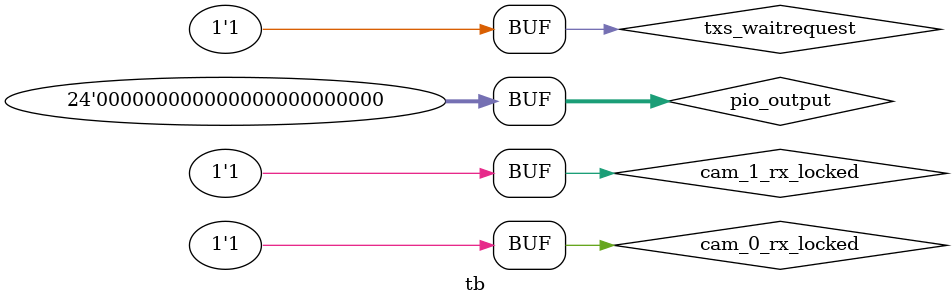
<source format=v>
`timescale 1ns/1ps
module tb();

wire clk125;
sim_clk #(125) clk_inst(.c(clk125));

reg [23:0] pio_output;
wire [31:0] pio_input;

wire cam_trigger;

reg txs_waitrequest;
wire txs_write;

wire [22:0] txs_address;
wire [5:0] txs_burstcount;
wire [127:0] txs_writedata;
wire [1:0] irq;

wire cam_0_rxc;
sim_clk #(63) cam_0_clk_inst(.c(cam_0_rxc));

// todo: offset from cam_0_rxc a bit to simulate better
wire cam_1_rxc;
sim_clk #(63) cam_1_clk_inst(.c(cam_1_rxc));

wire [1:0] cam_cs, cam_sck, cam_mosi, cam_miso;
wire [39:0] cam_0_rxd;
sim_python
#(.INTERFRAME_WORDS(142), .COLS(64), .ROWS(32), .USE_TRIGGER(1)) sim_python_0
(.c(cam_0_rxc), .trigger(cam_trigger),
 .data(cam_0_rxd[31:0]),
 .sync(cam_0_rxd[39:32]),
 .cs(cam_cs[0]),
 .sck(cam_sck[0]),
 .mosi(cam_mosi[0]),
 .miso(cam_miso[0]));

wire [39:0] cam_1_rxd;
sim_python
#(.INTERFRAME_WORDS(142), .COLS(64), .ROWS(32), .USE_TRIGGER(1)) sim_python_1
(.c(cam_1_rxc), .trigger(cam_trigger),
 .data(cam_1_rxd[31:0]),
 .sync(cam_1_rxd[39:32]),
 .cs(cam_cs[1]),
 .sck(cam_sck[1]),
 .mosi(cam_mosi[1]),
 .miso(cam_miso[1]));

// todo: something smarter
wire cam_0_rx_locked = 1'b1;
wire cam_1_rx_locked = 1'b1;
wire [4:0] cam_0_rxd_align, cam_1_rxd_align;

wire imu_sync_out, imu_cs, imu_sck, imu_mosi, imu_miso;
sim_imu #(.SPEEDUP(400)) sim_imu_inst
(.sync_out(imu_sync_out),
 .cs(imu_cs),
 .sck(imu_sck),
 .mosi(imu_mosi),
 .miso(imu_miso));

//////////////////////////////////////////////////////
wire [7:0] imu_ram_addr;
wire imu_ram_wr;
wire [31:0] imu_ram_d, imu_ram_q;

sim_imu_ram sim_imu_ram_inst
(.c(clk125), .addr(imu_ram_addr), .wr(imu_ram_wr),
 .d(imu_ram_d), .q(imu_ram_q));

//////////////////////////////////////////////////////
wire [7:0] reg_ram_addr;
wire reg_ram_wr;
wire [31:0] reg_ram_d, reg_ram_q;

sim_reg_ram sim_reg_ram_inst
(.c(clk125), .addr(reg_ram_addr), .wr(reg_ram_wr),
 .d(reg_ram_d), .q(reg_ram_q));

//////////////////////////////////////////////////////
top #(.SPEEDUP(4)) top_inst
(.clk125(clk125),
 .cam_trigger(cam_trigger),
 .pio_output(pio_output),
 .pio_input(pio_input),

 .txs_waitrequest(txs_waitrequest),
 .txs_write(txs_write),
 .txs_writedata(txs_writedata),
 .txs_burstcount(txs_burstcount),
 .txs_address(txs_address),
 .irq(irq),

 .cam_0_rxc(cam_0_rxc),
 .cam_0_rxd(cam_0_rxd),
 .cam_0_rx_locked(cam_0_rx_locked),
 .cam_0_rxd_align(cam_0_rxd_align),

 .cam_1_rxc(cam_1_rxc),
 .cam_1_rxd(cam_1_rxd),
 .cam_1_rx_locked(cam_1_rx_locked),
 .cam_1_rxd_align(cam_1_rxd_align),

 .cam_cs(cam_cs),
 .cam_sck(cam_sck),
 .cam_mosi(cam_mosi),
 .cam_miso(cam_miso),

 .imu_ram_addr(imu_ram_addr),
 .imu_ram_wr(imu_ram_wr),
 .imu_ram_d(imu_ram_d),
 .imu_ram_q(imu_ram_q),
 .imu_sync(imu_sync_out),
 .imu_cs(imu_cs),
 .imu_sck(imu_sck),
 .imu_mosi(imu_mosi),
 .imu_miso(imu_miso),

 .reg_ram_addr(reg_ram_addr),
 .reg_ram_wr(reg_ram_wr),
 .reg_ram_d(reg_ram_d),
 .reg_ram_q(reg_ram_q)
);

initial begin
  pio_output = 24'h0;
  txs_waitrequest = 1'b1;
  #200;
  sim_imu_ram_inst.mem[0] = 32'h0100_0000;  // enable imu auto-poll after sync

/*

  #550_000;
  // request a host-driven IMU SPI transaction
  sim_imu_ram_inst.mem[1] = 32'h0105_0000;  // set txd
  sim_imu_ram_inst.mem[0] = 32'h0000_0007;  // host_req, start, hold_cs
  // wait until "done" flag is set in memory
  wait(sim_imu_ram_inst.mem[3][1]);
  #1000;
  sim_imu_ram_inst.mem[0] = 32'h0000_0004;  // host_req.  release CS.
  #10000;

  // now do a longer IMU SPI transaction to read back
  sim_imu_ram_inst.mem[1] = 32'h0000_0000;  // set txd to clock out response
  sim_imu_ram_inst.mem[0] = 32'h0000_0007;  // host_req, start, hold_cs
  #1000;
  // wait until spi_done flag is set in memory
  wait(sim_imu_ram_inst.mem[3][1]);
  #1000;

  sim_imu_ram_inst.mem[0] = 32'h0000_0006;  // de-assert start
  #1000;
  sim_imu_ram_inst.mem[1] = 32'h0000_0005;  // set txd to clock out response
  sim_imu_ram_inst.mem[0] = 32'h0000_0007;  // re-assert start
  #1000;
  wait(sim_imu_ram_inst.mem[3][1]);  // wait for spi_done
  #1000;

  sim_imu_ram_inst.mem[0] = 32'h0000_0006;  // de-assert start
  #1000;
  sim_imu_ram_inst.mem[1] = 32'h0000_0042;  // set txd
  sim_imu_ram_inst.mem[0] = 32'h0000_0007;  // re-assert start
  #1000;
  wait(sim_imu_ram_inst.mem[3][1]);  // wait for spi_done
  #1000;

  sim_imu_ram_inst.mem[0] = 32'h0000_0000;  // de-assert start. ETX
  #1000;


  #100_000;
*/
end

endmodule

</source>
